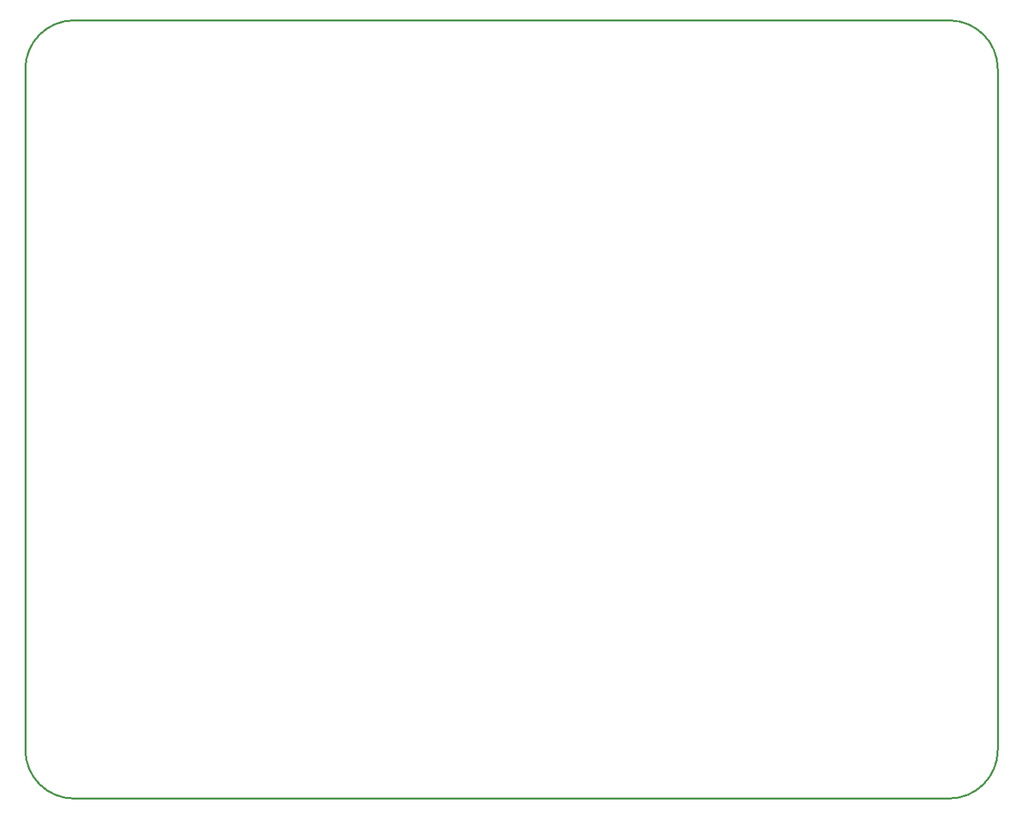
<source format=gm1>
G04*
G04 #@! TF.GenerationSoftware,Altium Limited,Altium Designer,18.1.9 (240)*
G04*
G04 Layer_Color=16711935*
%FSLAX25Y25*%
%MOIN*%
G70*
G01*
G75*
%ADD11C,0.01000*%
D11*
X475000D02*
G03*
X500000Y25000I0J25000D01*
G01*
Y375000D02*
G03*
X475000Y400000I-25000J0D01*
G01*
X25000D02*
G03*
X0Y375000I0J-25000D01*
G01*
Y25000D02*
G03*
X25000Y0I25000J0D01*
G01*
X0Y25000D02*
Y375000D01*
X25000Y0D02*
X475000D01*
X25000Y400000D02*
X475000D01*
X500000Y25000D02*
Y375000D01*
M02*

</source>
